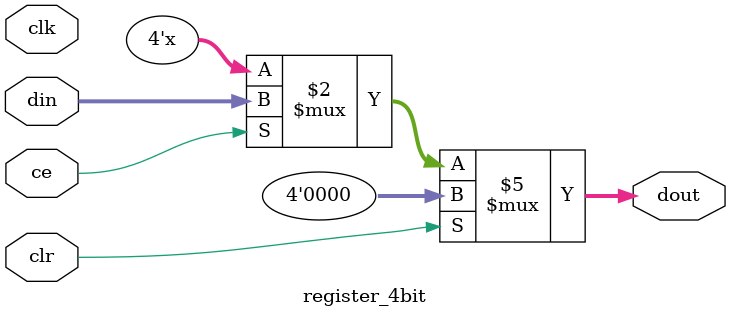
<source format=v>

`timescale 1ns / 1ps

module register_4bit(din, clk, clr, ce, dout);
    input [3:0] din ;
    input clk ;
    input clr ;
    input ce ;
    output [3:0] dout ;

	 reg [3:0] dout ;
    
	 always @( clr,ce )
	 begin
	 		if(clr)
			dout <= 4'b0000 ;

			else
			begin
					if (ce)
					
					
						dout<= din ;
			end
/*			
			if(ce)
                       dout =@(posedge clk) din ;
            
                        else
                        begin
                                if (clr)
                                
                                
                                    dout =0 ;
                        end
                        */
	 end
/*
    always@(posedge ce)
     begin
       if(ce)
       dout=din;
     end  
  */  
endmodule


</source>
